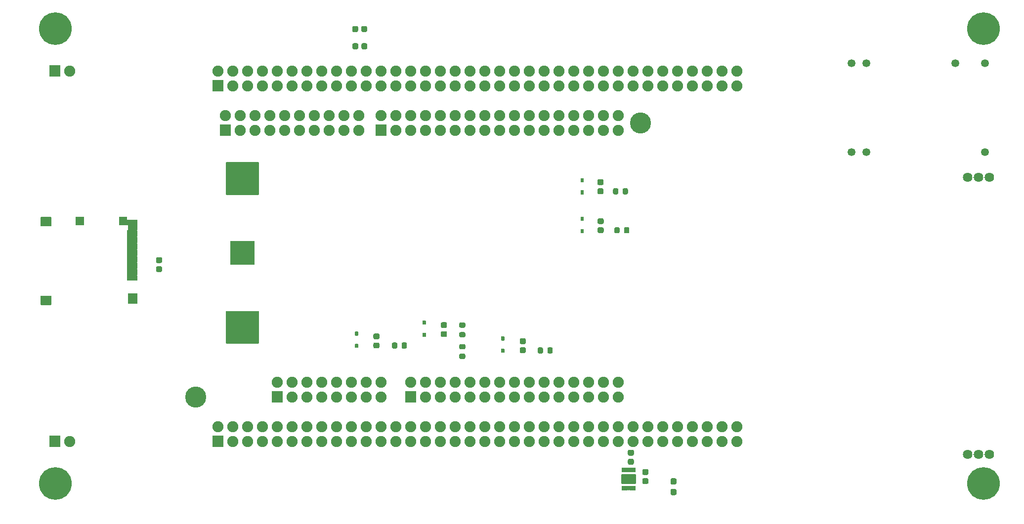
<source format=gbr>
%TF.GenerationSoftware,KiCad,Pcbnew,(5.1.8)-1*%
%TF.CreationDate,2021-01-17T18:30:32+01:00*%
%TF.ProjectId,teensy4_header_breakout,7465656e-7379-4345-9f68-65616465725f,rev?*%
%TF.SameCoordinates,Original*%
%TF.FileFunction,Soldermask,Bot*%
%TF.FilePolarity,Negative*%
%FSLAX46Y46*%
G04 Gerber Fmt 4.6, Leading zero omitted, Abs format (unit mm)*
G04 Created by KiCad (PCBNEW (5.1.8)-1) date 2021-01-17 18:30:32*
%MOMM*%
%LPD*%
G01*
G04 APERTURE LIST*
%ADD10C,1.901600*%
%ADD11C,3.601600*%
%ADD12C,3.701600*%
%ADD13C,5.601600*%
%ADD14C,1.351600*%
%ADD15C,1.625600*%
%ADD16C,0.100000*%
G04 APERTURE END LIST*
%TO.C,C10*%
G36*
G01*
X109784000Y-33100200D02*
X109784000Y-33651000D01*
G75*
G02*
X109533600Y-33901400I-250400J0D01*
G01*
X109032800Y-33901400D01*
G75*
G02*
X108782400Y-33651000I0J250400D01*
G01*
X108782400Y-33100200D01*
G75*
G02*
X109032800Y-32849800I250400J0D01*
G01*
X109533600Y-32849800D01*
G75*
G02*
X109784000Y-33100200I0J-250400D01*
G01*
G37*
G36*
G01*
X111334000Y-33100200D02*
X111334000Y-33651000D01*
G75*
G02*
X111083600Y-33901400I-250400J0D01*
G01*
X110582800Y-33901400D01*
G75*
G02*
X110332400Y-33651000I0J250400D01*
G01*
X110332400Y-33100200D01*
G75*
G02*
X110582800Y-32849800I250400J0D01*
G01*
X111083600Y-32849800D01*
G75*
G02*
X111334000Y-33100200I0J-250400D01*
G01*
G37*
%TD*%
%TO.C,D3*%
G36*
G01*
X109749800Y-88040200D02*
X109299800Y-88040200D01*
G75*
G02*
X109249000Y-87989400I0J50800D01*
G01*
X109249000Y-87389400D01*
G75*
G02*
X109299800Y-87338600I50800J0D01*
G01*
X109749800Y-87338600D01*
G75*
G02*
X109800600Y-87389400I0J-50800D01*
G01*
X109800600Y-87989400D01*
G75*
G02*
X109749800Y-88040200I-50800J0D01*
G01*
G37*
G36*
G01*
X109749800Y-85940200D02*
X109299800Y-85940200D01*
G75*
G02*
X109249000Y-85889400I0J50800D01*
G01*
X109249000Y-85289400D01*
G75*
G02*
X109299800Y-85238600I50800J0D01*
G01*
X109749800Y-85238600D01*
G75*
G02*
X109800600Y-85289400I0J-50800D01*
G01*
X109800600Y-85889400D01*
G75*
G02*
X109749800Y-85940200I-50800J0D01*
G01*
G37*
%TD*%
%TO.C,R1*%
G36*
G01*
X115589600Y-87930400D02*
X115589600Y-87329600D01*
G75*
G02*
X115815000Y-87104200I225400J0D01*
G01*
X116265800Y-87104200D01*
G75*
G02*
X116491200Y-87329600I0J-225400D01*
G01*
X116491200Y-87930400D01*
G75*
G02*
X116265800Y-88155800I-225400J0D01*
G01*
X115815000Y-88155800D01*
G75*
G02*
X115589600Y-87930400I0J225400D01*
G01*
G37*
G36*
G01*
X117239600Y-87930400D02*
X117239600Y-87329600D01*
G75*
G02*
X117465000Y-87104200I225400J0D01*
G01*
X117915800Y-87104200D01*
G75*
G02*
X118141200Y-87329600I0J-225400D01*
G01*
X118141200Y-87930400D01*
G75*
G02*
X117915800Y-88155800I-225400J0D01*
G01*
X117465000Y-88155800D01*
G75*
G02*
X117239600Y-87930400I0J225400D01*
G01*
G37*
%TD*%
%TO.C,C1*%
G36*
G01*
X113203800Y-86568400D02*
X112653000Y-86568400D01*
G75*
G02*
X112402600Y-86318000I0J250400D01*
G01*
X112402600Y-85817200D01*
G75*
G02*
X112653000Y-85566800I250400J0D01*
G01*
X113203800Y-85566800D01*
G75*
G02*
X113454200Y-85817200I0J-250400D01*
G01*
X113454200Y-86318000D01*
G75*
G02*
X113203800Y-86568400I-250400J0D01*
G01*
G37*
G36*
G01*
X113203800Y-88118400D02*
X112653000Y-88118400D01*
G75*
G02*
X112402600Y-87868000I0J250400D01*
G01*
X112402600Y-87367200D01*
G75*
G02*
X112653000Y-87116800I250400J0D01*
G01*
X113203800Y-87116800D01*
G75*
G02*
X113454200Y-87367200I0J-250400D01*
G01*
X113454200Y-87868000D01*
G75*
G02*
X113203800Y-88118400I-250400J0D01*
G01*
G37*
%TD*%
%TO.C,R4*%
G36*
G01*
X140557800Y-88768600D02*
X140557800Y-88167800D01*
G75*
G02*
X140783200Y-87942400I225400J0D01*
G01*
X141234000Y-87942400D01*
G75*
G02*
X141459400Y-88167800I0J-225400D01*
G01*
X141459400Y-88768600D01*
G75*
G02*
X141234000Y-88994000I-225400J0D01*
G01*
X140783200Y-88994000D01*
G75*
G02*
X140557800Y-88768600I0J225400D01*
G01*
G37*
G36*
G01*
X142207800Y-88768600D02*
X142207800Y-88167800D01*
G75*
G02*
X142433200Y-87942400I225400J0D01*
G01*
X142884000Y-87942400D01*
G75*
G02*
X143109400Y-88167800I0J-225400D01*
G01*
X143109400Y-88768600D01*
G75*
G02*
X142884000Y-88994000I-225400J0D01*
G01*
X142433200Y-88994000D01*
G75*
G02*
X142207800Y-88768600I0J225400D01*
G01*
G37*
%TD*%
%TO.C,U2*%
G36*
G01*
X86696200Y-105003600D02*
X84896200Y-105003600D01*
G75*
G02*
X84845400Y-104952800I0J50800D01*
G01*
X84845400Y-103152800D01*
G75*
G02*
X84896200Y-103102000I50800J0D01*
G01*
X86696200Y-103102000D01*
G75*
G02*
X86747000Y-103152800I0J-50800D01*
G01*
X86747000Y-104952800D01*
G75*
G02*
X86696200Y-105003600I-50800J0D01*
G01*
G37*
D10*
X85796200Y-101512800D03*
X88336200Y-104052800D03*
X88336200Y-101512800D03*
X90876200Y-104052800D03*
X90876200Y-101512800D03*
X93416200Y-104052800D03*
X93416200Y-101512800D03*
X95956200Y-104052800D03*
X95956200Y-101512800D03*
X98496200Y-104052800D03*
X98496200Y-101512800D03*
X101036200Y-104052800D03*
X101036200Y-101512800D03*
X103576200Y-104052800D03*
X103576200Y-101512800D03*
X106116200Y-104052800D03*
X106116200Y-101512800D03*
X108656200Y-104052800D03*
X108656200Y-101512800D03*
X111196200Y-104052800D03*
X111196200Y-101512800D03*
X113736200Y-104052800D03*
X113736200Y-101512800D03*
X116276200Y-104052800D03*
X116276200Y-101512800D03*
X118816200Y-104052800D03*
X118816200Y-101512800D03*
X121356200Y-104052800D03*
X121356200Y-101512800D03*
X123896200Y-104052800D03*
X123896200Y-101512800D03*
X126436200Y-104052800D03*
X126436200Y-101512800D03*
X128976200Y-104052800D03*
X128976200Y-101512800D03*
X131516200Y-104052800D03*
X131516200Y-101512800D03*
X134056200Y-104052800D03*
X134056200Y-101512800D03*
X136596200Y-104052800D03*
X136596200Y-101512800D03*
X139136200Y-104052800D03*
X139136200Y-101512800D03*
X141676200Y-104052800D03*
X141676200Y-101512800D03*
X144216200Y-104052800D03*
X144216200Y-101512800D03*
X146756200Y-104052800D03*
X146756200Y-101512800D03*
X149296200Y-104052800D03*
X149296200Y-101512800D03*
X151836200Y-104052800D03*
X151836200Y-101512800D03*
X154376200Y-104052800D03*
X154376200Y-101512800D03*
X156916200Y-104052800D03*
X156916200Y-101512800D03*
X159456200Y-104052800D03*
X159456200Y-101512800D03*
X161996200Y-104052800D03*
X161996200Y-101512800D03*
X164536200Y-104052800D03*
X164536200Y-101512800D03*
X167076200Y-104052800D03*
X167076200Y-101512800D03*
X169616200Y-104052800D03*
X169616200Y-101512800D03*
X172156200Y-104052800D03*
X172156200Y-101512800D03*
X174696200Y-104052800D03*
X174696200Y-101512800D03*
G36*
G01*
X96856200Y-97383600D02*
X95056200Y-97383600D01*
G75*
G02*
X95005400Y-97332800I0J50800D01*
G01*
X95005400Y-95532800D01*
G75*
G02*
X95056200Y-95482000I50800J0D01*
G01*
X96856200Y-95482000D01*
G75*
G02*
X96907000Y-95532800I0J-50800D01*
G01*
X96907000Y-97332800D01*
G75*
G02*
X96856200Y-97383600I-50800J0D01*
G01*
G37*
X95956200Y-93892800D03*
X98496200Y-96432800D03*
X98496200Y-93892800D03*
X101036200Y-96432800D03*
X101036200Y-93892800D03*
X103576200Y-96432800D03*
X103576200Y-93892800D03*
X106116200Y-96432800D03*
X106116200Y-93892800D03*
X108656200Y-96432800D03*
X108656200Y-93892800D03*
X111196200Y-96432800D03*
X111196200Y-93892800D03*
X113736200Y-96432800D03*
X113736200Y-93892800D03*
G36*
G01*
X119716200Y-97383600D02*
X117916200Y-97383600D01*
G75*
G02*
X117865400Y-97332800I0J50800D01*
G01*
X117865400Y-95532800D01*
G75*
G02*
X117916200Y-95482000I50800J0D01*
G01*
X119716200Y-95482000D01*
G75*
G02*
X119767000Y-95532800I0J-50800D01*
G01*
X119767000Y-97332800D01*
G75*
G02*
X119716200Y-97383600I-50800J0D01*
G01*
G37*
X118816200Y-93892800D03*
X121356200Y-96432800D03*
X121356200Y-93892800D03*
X123896200Y-96432800D03*
X123896200Y-93892800D03*
X126436200Y-96432800D03*
X126436200Y-93892800D03*
X128976200Y-96432800D03*
X128976200Y-93892800D03*
X131516200Y-96432800D03*
X131516200Y-93892800D03*
X134056200Y-96432800D03*
X134056200Y-93892800D03*
X136596200Y-96432800D03*
X136596200Y-93892800D03*
X139136200Y-96432800D03*
X139136200Y-93892800D03*
X141676200Y-96432800D03*
X141676200Y-93892800D03*
X144216200Y-96432800D03*
X144216200Y-93892800D03*
X146756200Y-96432800D03*
X146756200Y-93892800D03*
X149296200Y-96432800D03*
X149296200Y-93892800D03*
X151836200Y-96432800D03*
X151836200Y-93892800D03*
X154376200Y-96432800D03*
X154376200Y-93892800D03*
G36*
G01*
X87966200Y-51663600D02*
X86166200Y-51663600D01*
G75*
G02*
X86115400Y-51612800I0J50800D01*
G01*
X86115400Y-49812800D01*
G75*
G02*
X86166200Y-49762000I50800J0D01*
G01*
X87966200Y-49762000D01*
G75*
G02*
X88017000Y-49812800I0J-50800D01*
G01*
X88017000Y-51612800D01*
G75*
G02*
X87966200Y-51663600I-50800J0D01*
G01*
G37*
X87066200Y-48172800D03*
X89606200Y-50712800D03*
X89606200Y-48172800D03*
X92146200Y-50712800D03*
X92146200Y-48172800D03*
X94686200Y-50712800D03*
X94686200Y-48172800D03*
X97226200Y-50712800D03*
X97226200Y-48172800D03*
X99766200Y-50712800D03*
X99766200Y-48172800D03*
X102306200Y-50712800D03*
X102306200Y-48172800D03*
X104846200Y-50712800D03*
X104846200Y-48172800D03*
X107386200Y-50712800D03*
X107386200Y-48172800D03*
X109926200Y-50712800D03*
X109926200Y-48172800D03*
G36*
G01*
X114636200Y-51663600D02*
X112836200Y-51663600D01*
G75*
G02*
X112785400Y-51612800I0J50800D01*
G01*
X112785400Y-49812800D01*
G75*
G02*
X112836200Y-49762000I50800J0D01*
G01*
X114636200Y-49762000D01*
G75*
G02*
X114687000Y-49812800I0J-50800D01*
G01*
X114687000Y-51612800D01*
G75*
G02*
X114636200Y-51663600I-50800J0D01*
G01*
G37*
X113736200Y-48172800D03*
X116276200Y-50712800D03*
X116276200Y-48172800D03*
X118816200Y-50712800D03*
X118816200Y-48172800D03*
X121356200Y-50712800D03*
X121356200Y-48172800D03*
X123896200Y-50712800D03*
X123896200Y-48172800D03*
X126436200Y-50712800D03*
X126436200Y-48172800D03*
X128976200Y-50712800D03*
X128976200Y-48172800D03*
X131516200Y-50712800D03*
X131516200Y-48172800D03*
X134056200Y-50712800D03*
X134056200Y-48172800D03*
X136596200Y-50712800D03*
X136596200Y-48172800D03*
X139136200Y-50712800D03*
X139136200Y-48172800D03*
X141676200Y-50712800D03*
X141676200Y-48172800D03*
X144216200Y-50712800D03*
X144216200Y-48172800D03*
X146756200Y-50712800D03*
X146756200Y-48172800D03*
X149296200Y-50712800D03*
X149296200Y-48172800D03*
X151836200Y-50712800D03*
X151836200Y-48172800D03*
X154376200Y-50712800D03*
X154376200Y-48172800D03*
G36*
G01*
X86696200Y-44043600D02*
X84896200Y-44043600D01*
G75*
G02*
X84845400Y-43992800I0J50800D01*
G01*
X84845400Y-42192800D01*
G75*
G02*
X84896200Y-42142000I50800J0D01*
G01*
X86696200Y-42142000D01*
G75*
G02*
X86747000Y-42192800I0J-50800D01*
G01*
X86747000Y-43992800D01*
G75*
G02*
X86696200Y-44043600I-50800J0D01*
G01*
G37*
X85796200Y-40552800D03*
X88336200Y-43092800D03*
X88336200Y-40552800D03*
X90876200Y-43092800D03*
X90876200Y-40552800D03*
X93416200Y-43092800D03*
X93416200Y-40552800D03*
X95956200Y-43092800D03*
X95956200Y-40552800D03*
X98496200Y-43092800D03*
X98496200Y-40552800D03*
X101036200Y-43092800D03*
X101036200Y-40552800D03*
X103576200Y-43092800D03*
X103576200Y-40552800D03*
X106116200Y-43092800D03*
X106116200Y-40552800D03*
X108656200Y-43092800D03*
X108656200Y-40552800D03*
X111196200Y-43092800D03*
X111196200Y-40552800D03*
X113736200Y-43092800D03*
X113736200Y-40552800D03*
X116276200Y-43092800D03*
X116276200Y-40552800D03*
X118816200Y-43092800D03*
X118816200Y-40552800D03*
X121356200Y-43092800D03*
X121356200Y-40552800D03*
X123896200Y-43092800D03*
X123896200Y-40552800D03*
X126436200Y-43092800D03*
X126436200Y-40552800D03*
X128976200Y-43092800D03*
X128976200Y-40552800D03*
X131516200Y-43092800D03*
X131516200Y-40552800D03*
X134056200Y-43092800D03*
X134056200Y-40552800D03*
X136596200Y-43092800D03*
X136596200Y-40552800D03*
X139136200Y-43092800D03*
X139136200Y-40552800D03*
X141676200Y-43092800D03*
X141676200Y-40552800D03*
X144216200Y-43092800D03*
X144216200Y-40552800D03*
X146756200Y-43092800D03*
X146756200Y-40552800D03*
X149296200Y-43092800D03*
X149296200Y-40552800D03*
X151836200Y-43092800D03*
X151836200Y-40552800D03*
X154376200Y-43092800D03*
X154376200Y-40552800D03*
X156916200Y-43092800D03*
X156916200Y-40552800D03*
X159456200Y-43092800D03*
X159456200Y-40552800D03*
X161996200Y-43092800D03*
X161996200Y-40552800D03*
X164536200Y-43092800D03*
X164536200Y-40552800D03*
X167076200Y-43092800D03*
X167076200Y-40552800D03*
X169616200Y-43092800D03*
X169616200Y-40552800D03*
X172156200Y-43092800D03*
X172156200Y-40552800D03*
X174696200Y-43092800D03*
X174696200Y-40552800D03*
X60396200Y-104052800D03*
G36*
G01*
X58756200Y-105003600D02*
X56956200Y-105003600D01*
G75*
G02*
X56905400Y-104952800I0J50800D01*
G01*
X56905400Y-103152800D01*
G75*
G02*
X56956200Y-103102000I50800J0D01*
G01*
X58756200Y-103102000D01*
G75*
G02*
X58807000Y-103152800I0J-50800D01*
G01*
X58807000Y-104952800D01*
G75*
G02*
X58756200Y-105003600I-50800J0D01*
G01*
G37*
G36*
G01*
X58756200Y-41503600D02*
X56956200Y-41503600D01*
G75*
G02*
X56905400Y-41452800I0J50800D01*
G01*
X56905400Y-39652800D01*
G75*
G02*
X56956200Y-39602000I50800J0D01*
G01*
X58756200Y-39602000D01*
G75*
G02*
X58807000Y-39652800I0J-50800D01*
G01*
X58807000Y-41452800D01*
G75*
G02*
X58756200Y-41503600I-50800J0D01*
G01*
G37*
X60396200Y-40552800D03*
D11*
X81986200Y-96432800D03*
X158186200Y-49442800D03*
%TD*%
%TO.C,C6*%
G36*
G01*
X75967400Y-73487400D02*
X75416600Y-73487400D01*
G75*
G02*
X75166200Y-73237000I0J250400D01*
G01*
X75166200Y-72736200D01*
G75*
G02*
X75416600Y-72485800I250400J0D01*
G01*
X75967400Y-72485800D01*
G75*
G02*
X76217800Y-72736200I0J-250400D01*
G01*
X76217800Y-73237000D01*
G75*
G02*
X75967400Y-73487400I-250400J0D01*
G01*
G37*
G36*
G01*
X75967400Y-75037400D02*
X75416600Y-75037400D01*
G75*
G02*
X75166200Y-74787000I0J250400D01*
G01*
X75166200Y-74286200D01*
G75*
G02*
X75416600Y-74035800I250400J0D01*
G01*
X75967400Y-74035800D01*
G75*
G02*
X76217800Y-74286200I0J-250400D01*
G01*
X76217800Y-74787000D01*
G75*
G02*
X75967400Y-75037400I-250400J0D01*
G01*
G37*
%TD*%
%TO.C,D6*%
G36*
G01*
X134794200Y-88878400D02*
X134344200Y-88878400D01*
G75*
G02*
X134293400Y-88827600I0J50800D01*
G01*
X134293400Y-88227600D01*
G75*
G02*
X134344200Y-88176800I50800J0D01*
G01*
X134794200Y-88176800D01*
G75*
G02*
X134845000Y-88227600I0J-50800D01*
G01*
X134845000Y-88827600D01*
G75*
G02*
X134794200Y-88878400I-50800J0D01*
G01*
G37*
G36*
G01*
X134794200Y-86778400D02*
X134344200Y-86778400D01*
G75*
G02*
X134293400Y-86727600I0J50800D01*
G01*
X134293400Y-86127600D01*
G75*
G02*
X134344200Y-86076800I50800J0D01*
G01*
X134794200Y-86076800D01*
G75*
G02*
X134845000Y-86127600I0J-50800D01*
G01*
X134845000Y-86727600D01*
G75*
G02*
X134794200Y-86778400I-50800J0D01*
G01*
G37*
%TD*%
%TO.C,D5*%
G36*
G01*
X148383200Y-68355200D02*
X147933200Y-68355200D01*
G75*
G02*
X147882400Y-68304400I0J50800D01*
G01*
X147882400Y-67704400D01*
G75*
G02*
X147933200Y-67653600I50800J0D01*
G01*
X148383200Y-67653600D01*
G75*
G02*
X148434000Y-67704400I0J-50800D01*
G01*
X148434000Y-68304400D01*
G75*
G02*
X148383200Y-68355200I-50800J0D01*
G01*
G37*
G36*
G01*
X148383200Y-66255200D02*
X147933200Y-66255200D01*
G75*
G02*
X147882400Y-66204400I0J50800D01*
G01*
X147882400Y-65604400D01*
G75*
G02*
X147933200Y-65553600I50800J0D01*
G01*
X148383200Y-65553600D01*
G75*
G02*
X148434000Y-65604400I0J-50800D01*
G01*
X148434000Y-66204400D01*
G75*
G02*
X148383200Y-66255200I-50800J0D01*
G01*
G37*
%TD*%
%TO.C,D4*%
G36*
G01*
X148383200Y-61725800D02*
X147933200Y-61725800D01*
G75*
G02*
X147882400Y-61675000I0J50800D01*
G01*
X147882400Y-61075000D01*
G75*
G02*
X147933200Y-61024200I50800J0D01*
G01*
X148383200Y-61024200D01*
G75*
G02*
X148434000Y-61075000I0J-50800D01*
G01*
X148434000Y-61675000D01*
G75*
G02*
X148383200Y-61725800I-50800J0D01*
G01*
G37*
G36*
G01*
X148383200Y-59625800D02*
X147933200Y-59625800D01*
G75*
G02*
X147882400Y-59575000I0J50800D01*
G01*
X147882400Y-58975000D01*
G75*
G02*
X147933200Y-58924200I50800J0D01*
G01*
X148383200Y-58924200D01*
G75*
G02*
X148434000Y-58975000I0J-50800D01*
G01*
X148434000Y-59575000D01*
G75*
G02*
X148383200Y-59625800I-50800J0D01*
G01*
G37*
%TD*%
%TO.C,D2*%
G36*
G01*
X121332200Y-86143800D02*
X120882200Y-86143800D01*
G75*
G02*
X120831400Y-86093000I0J50800D01*
G01*
X120831400Y-85493000D01*
G75*
G02*
X120882200Y-85442200I50800J0D01*
G01*
X121332200Y-85442200D01*
G75*
G02*
X121383000Y-85493000I0J-50800D01*
G01*
X121383000Y-86093000D01*
G75*
G02*
X121332200Y-86143800I-50800J0D01*
G01*
G37*
G36*
G01*
X121332200Y-84043800D02*
X120882200Y-84043800D01*
G75*
G02*
X120831400Y-83993000I0J50800D01*
G01*
X120831400Y-83393000D01*
G75*
G02*
X120882200Y-83342200I50800J0D01*
G01*
X121332200Y-83342200D01*
G75*
G02*
X121383000Y-83393000I0J-50800D01*
G01*
X121383000Y-83993000D01*
G75*
G02*
X121332200Y-84043800I-50800J0D01*
G01*
G37*
%TD*%
D12*
%TO.C,H4*%
X57929200Y-33302800D03*
D13*
X57929200Y-33302800D03*
%TD*%
D12*
%TO.C,H3*%
X216929200Y-33302800D03*
D13*
X216929200Y-33302800D03*
%TD*%
D12*
%TO.C,H2*%
X57929200Y-111302800D03*
D13*
X57929200Y-111302800D03*
%TD*%
D12*
%TO.C,H1*%
X216929200Y-111302800D03*
D13*
X216929200Y-111302800D03*
%TD*%
%TO.C,U4*%
G36*
G01*
X87916000Y-73755000D02*
X87916000Y-69755000D01*
G75*
G02*
X87966800Y-69704200I50800J0D01*
G01*
X91966800Y-69704200D01*
G75*
G02*
X92017600Y-69755000I0J-50800D01*
G01*
X92017600Y-73755000D01*
G75*
G02*
X91966800Y-73805800I-50800J0D01*
G01*
X87966800Y-73805800D01*
G75*
G02*
X87916000Y-73755000I0J50800D01*
G01*
G37*
G36*
G01*
X87166000Y-61755000D02*
X87166000Y-56255000D01*
G75*
G02*
X87216800Y-56204200I50800J0D01*
G01*
X92716800Y-56204200D01*
G75*
G02*
X92767600Y-56255000I0J-50800D01*
G01*
X92767600Y-61755000D01*
G75*
G02*
X92716800Y-61805800I-50800J0D01*
G01*
X87216800Y-61805800D01*
G75*
G02*
X87166000Y-61755000I0J50800D01*
G01*
G37*
G36*
G01*
X87166000Y-87255000D02*
X87166000Y-81755000D01*
G75*
G02*
X87216800Y-81704200I50800J0D01*
G01*
X92716800Y-81704200D01*
G75*
G02*
X92767600Y-81755000I0J-50800D01*
G01*
X92767600Y-87255000D01*
G75*
G02*
X92716800Y-87305800I-50800J0D01*
G01*
X87216800Y-87305800D01*
G75*
G02*
X87166000Y-87255000I0J50800D01*
G01*
G37*
%TD*%
%TO.C,U3*%
G36*
G01*
X154983800Y-108589600D02*
X155333800Y-108589600D01*
G75*
G02*
X155384600Y-108640400I0J-50800D01*
G01*
X155384600Y-109290400D01*
G75*
G02*
X155333800Y-109341200I-50800J0D01*
G01*
X154983800Y-109341200D01*
G75*
G02*
X154933000Y-109290400I0J50800D01*
G01*
X154933000Y-108640400D01*
G75*
G02*
X154983800Y-108589600I50800J0D01*
G01*
G37*
G36*
G01*
X155633800Y-108589600D02*
X155983800Y-108589600D01*
G75*
G02*
X156034600Y-108640400I0J-50800D01*
G01*
X156034600Y-109290400D01*
G75*
G02*
X155983800Y-109341200I-50800J0D01*
G01*
X155633800Y-109341200D01*
G75*
G02*
X155583000Y-109290400I0J50800D01*
G01*
X155583000Y-108640400D01*
G75*
G02*
X155633800Y-108589600I50800J0D01*
G01*
G37*
G36*
G01*
X156283800Y-108589600D02*
X156633800Y-108589600D01*
G75*
G02*
X156684600Y-108640400I0J-50800D01*
G01*
X156684600Y-109290400D01*
G75*
G02*
X156633800Y-109341200I-50800J0D01*
G01*
X156283800Y-109341200D01*
G75*
G02*
X156233000Y-109290400I0J50800D01*
G01*
X156233000Y-108640400D01*
G75*
G02*
X156283800Y-108589600I50800J0D01*
G01*
G37*
G36*
G01*
X156933800Y-108589600D02*
X157283800Y-108589600D01*
G75*
G02*
X157334600Y-108640400I0J-50800D01*
G01*
X157334600Y-109290400D01*
G75*
G02*
X157283800Y-109341200I-50800J0D01*
G01*
X156933800Y-109341200D01*
G75*
G02*
X156883000Y-109290400I0J50800D01*
G01*
X156883000Y-108640400D01*
G75*
G02*
X156933800Y-108589600I50800J0D01*
G01*
G37*
G36*
G01*
X156933800Y-111689600D02*
X157283800Y-111689600D01*
G75*
G02*
X157334600Y-111740400I0J-50800D01*
G01*
X157334600Y-112390400D01*
G75*
G02*
X157283800Y-112441200I-50800J0D01*
G01*
X156933800Y-112441200D01*
G75*
G02*
X156883000Y-112390400I0J50800D01*
G01*
X156883000Y-111740400D01*
G75*
G02*
X156933800Y-111689600I50800J0D01*
G01*
G37*
G36*
G01*
X156283800Y-111689600D02*
X156633800Y-111689600D01*
G75*
G02*
X156684600Y-111740400I0J-50800D01*
G01*
X156684600Y-112390400D01*
G75*
G02*
X156633800Y-112441200I-50800J0D01*
G01*
X156283800Y-112441200D01*
G75*
G02*
X156233000Y-112390400I0J50800D01*
G01*
X156233000Y-111740400D01*
G75*
G02*
X156283800Y-111689600I50800J0D01*
G01*
G37*
G36*
G01*
X155633800Y-111689600D02*
X155983800Y-111689600D01*
G75*
G02*
X156034600Y-111740400I0J-50800D01*
G01*
X156034600Y-112390400D01*
G75*
G02*
X155983800Y-112441200I-50800J0D01*
G01*
X155633800Y-112441200D01*
G75*
G02*
X155583000Y-112390400I0J50800D01*
G01*
X155583000Y-111740400D01*
G75*
G02*
X155633800Y-111689600I50800J0D01*
G01*
G37*
G36*
G01*
X154983800Y-111689600D02*
X155333800Y-111689600D01*
G75*
G02*
X155384600Y-111740400I0J-50800D01*
G01*
X155384600Y-112390400D01*
G75*
G02*
X155333800Y-112441200I-50800J0D01*
G01*
X154983800Y-112441200D01*
G75*
G02*
X154933000Y-112390400I0J50800D01*
G01*
X154933000Y-111740400D01*
G75*
G02*
X154983800Y-111689600I50800J0D01*
G01*
G37*
G36*
G01*
X154933800Y-109689600D02*
X157333800Y-109689600D01*
G75*
G02*
X157384600Y-109740400I0J-50800D01*
G01*
X157384600Y-111290400D01*
G75*
G02*
X157333800Y-111341200I-50800J0D01*
G01*
X154933800Y-111341200D01*
G75*
G02*
X154883000Y-111290400I0J50800D01*
G01*
X154883000Y-109740400D01*
G75*
G02*
X154933800Y-109689600I50800J0D01*
G01*
G37*
%TD*%
%TO.C,SDcard1*%
G36*
G01*
X70237200Y-75588600D02*
X71917200Y-75588600D01*
G75*
G02*
X71968000Y-75639400I0J-50800D01*
G01*
X71968000Y-76439400D01*
G75*
G02*
X71917200Y-76490200I-50800J0D01*
G01*
X70237200Y-76490200D01*
G75*
G02*
X70186400Y-76439400I0J50800D01*
G01*
X70186400Y-75639400D01*
G75*
G02*
X70237200Y-75588600I50800J0D01*
G01*
G37*
G36*
G01*
X70237200Y-74488600D02*
X71917200Y-74488600D01*
G75*
G02*
X71968000Y-74539400I0J-50800D01*
G01*
X71968000Y-75339400D01*
G75*
G02*
X71917200Y-75390200I-50800J0D01*
G01*
X70237200Y-75390200D01*
G75*
G02*
X70186400Y-75339400I0J50800D01*
G01*
X70186400Y-74539400D01*
G75*
G02*
X70237200Y-74488600I50800J0D01*
G01*
G37*
G36*
G01*
X70237200Y-73388600D02*
X71917200Y-73388600D01*
G75*
G02*
X71968000Y-73439400I0J-50800D01*
G01*
X71968000Y-74239400D01*
G75*
G02*
X71917200Y-74290200I-50800J0D01*
G01*
X70237200Y-74290200D01*
G75*
G02*
X70186400Y-74239400I0J50800D01*
G01*
X70186400Y-73439400D01*
G75*
G02*
X70237200Y-73388600I50800J0D01*
G01*
G37*
G36*
G01*
X70237200Y-72288600D02*
X71917200Y-72288600D01*
G75*
G02*
X71968000Y-72339400I0J-50800D01*
G01*
X71968000Y-73139400D01*
G75*
G02*
X71917200Y-73190200I-50800J0D01*
G01*
X70237200Y-73190200D01*
G75*
G02*
X70186400Y-73139400I0J50800D01*
G01*
X70186400Y-72339400D01*
G75*
G02*
X70237200Y-72288600I50800J0D01*
G01*
G37*
G36*
G01*
X70237200Y-71188600D02*
X71917200Y-71188600D01*
G75*
G02*
X71968000Y-71239400I0J-50800D01*
G01*
X71968000Y-72039400D01*
G75*
G02*
X71917200Y-72090200I-50800J0D01*
G01*
X70237200Y-72090200D01*
G75*
G02*
X70186400Y-72039400I0J50800D01*
G01*
X70186400Y-71239400D01*
G75*
G02*
X70237200Y-71188600I50800J0D01*
G01*
G37*
G36*
G01*
X70237200Y-70088600D02*
X71917200Y-70088600D01*
G75*
G02*
X71968000Y-70139400I0J-50800D01*
G01*
X71968000Y-70939400D01*
G75*
G02*
X71917200Y-70990200I-50800J0D01*
G01*
X70237200Y-70990200D01*
G75*
G02*
X70186400Y-70939400I0J50800D01*
G01*
X70186400Y-70139400D01*
G75*
G02*
X70237200Y-70088600I50800J0D01*
G01*
G37*
G36*
G01*
X70237200Y-68988600D02*
X71917200Y-68988600D01*
G75*
G02*
X71968000Y-69039400I0J-50800D01*
G01*
X71968000Y-69839400D01*
G75*
G02*
X71917200Y-69890200I-50800J0D01*
G01*
X70237200Y-69890200D01*
G75*
G02*
X70186400Y-69839400I0J50800D01*
G01*
X70186400Y-69039400D01*
G75*
G02*
X70237200Y-68988600I50800J0D01*
G01*
G37*
G36*
G01*
X70237200Y-67888600D02*
X71917200Y-67888600D01*
G75*
G02*
X71968000Y-67939400I0J-50800D01*
G01*
X71968000Y-68739400D01*
G75*
G02*
X71917200Y-68790200I-50800J0D01*
G01*
X70237200Y-68790200D01*
G75*
G02*
X70186400Y-68739400I0J50800D01*
G01*
X70186400Y-67939400D01*
G75*
G02*
X70237200Y-67888600I50800J0D01*
G01*
G37*
G36*
G01*
X71968000Y-66139400D02*
X71968000Y-67739400D01*
G75*
G02*
X71917200Y-67790200I-50800J0D01*
G01*
X70417200Y-67790200D01*
G75*
G02*
X70366400Y-67739400I0J50800D01*
G01*
X70366400Y-66139400D01*
G75*
G02*
X70417200Y-66088600I50800J0D01*
G01*
X71917200Y-66088600D01*
G75*
G02*
X71968000Y-66139400I0J-50800D01*
G01*
G37*
G36*
G01*
X68867200Y-65588600D02*
X70167200Y-65588600D01*
G75*
G02*
X70218000Y-65639400I0J-50800D01*
G01*
X70218000Y-66929400D01*
G75*
G02*
X70167200Y-66980200I-50800J0D01*
G01*
X68867200Y-66980200D01*
G75*
G02*
X68816400Y-66929400I0J50800D01*
G01*
X68816400Y-65639400D01*
G75*
G02*
X68867200Y-65588600I50800J0D01*
G01*
G37*
G36*
G01*
X61417200Y-65588600D02*
X62817200Y-65588600D01*
G75*
G02*
X62868000Y-65639400I0J-50800D01*
G01*
X62868000Y-66929400D01*
G75*
G02*
X62817200Y-66980200I-50800J0D01*
G01*
X61417200Y-66980200D01*
G75*
G02*
X61366400Y-66929400I0J50800D01*
G01*
X61366400Y-65639400D01*
G75*
G02*
X61417200Y-65588600I50800J0D01*
G01*
G37*
G36*
G01*
X55467200Y-65588600D02*
X57167200Y-65588600D01*
G75*
G02*
X57218000Y-65639400I0J-50800D01*
G01*
X57218000Y-67139400D01*
G75*
G02*
X57167200Y-67190200I-50800J0D01*
G01*
X55467200Y-67190200D01*
G75*
G02*
X55416400Y-67139400I0J50800D01*
G01*
X55416400Y-65639400D01*
G75*
G02*
X55467200Y-65588600I50800J0D01*
G01*
G37*
G36*
G01*
X55467200Y-79088600D02*
X57167200Y-79088600D01*
G75*
G02*
X57218000Y-79139400I0J-50800D01*
G01*
X57218000Y-80639400D01*
G75*
G02*
X57167200Y-80690200I-50800J0D01*
G01*
X55467200Y-80690200D01*
G75*
G02*
X55416400Y-80639400I0J50800D01*
G01*
X55416400Y-79139400D01*
G75*
G02*
X55467200Y-79088600I50800J0D01*
G01*
G37*
G36*
G01*
X71968000Y-78739400D02*
X71968000Y-80439400D01*
G75*
G02*
X71917200Y-80490200I-50800J0D01*
G01*
X70417200Y-80490200D01*
G75*
G02*
X70366400Y-80439400I0J50800D01*
G01*
X70366400Y-78739400D01*
G75*
G02*
X70417200Y-78688600I50800J0D01*
G01*
X71917200Y-78688600D01*
G75*
G02*
X71968000Y-78739400I0J-50800D01*
G01*
G37*
%TD*%
%TO.C,R8*%
G36*
G01*
X164092900Y-111460100D02*
X163567100Y-111460100D01*
G75*
G02*
X163304200Y-111197200I0J262900D01*
G01*
X163304200Y-110646400D01*
G75*
G02*
X163567100Y-110383500I262900J0D01*
G01*
X164092900Y-110383500D01*
G75*
G02*
X164355800Y-110646400I0J-262900D01*
G01*
X164355800Y-111197200D01*
G75*
G02*
X164092900Y-111460100I-262900J0D01*
G01*
G37*
G36*
G01*
X164092900Y-113285100D02*
X163567100Y-113285100D01*
G75*
G02*
X163304200Y-113022200I0J262900D01*
G01*
X163304200Y-112471400D01*
G75*
G02*
X163567100Y-112208500I262900J0D01*
G01*
X164092900Y-112208500D01*
G75*
G02*
X164355800Y-112471400I0J-262900D01*
G01*
X164355800Y-113022200D01*
G75*
G02*
X164092900Y-113285100I-262900J0D01*
G01*
G37*
%TD*%
%TO.C,R6*%
G36*
G01*
X127935400Y-84575600D02*
X127334600Y-84575600D01*
G75*
G02*
X127109200Y-84350200I0J225400D01*
G01*
X127109200Y-83899400D01*
G75*
G02*
X127334600Y-83674000I225400J0D01*
G01*
X127935400Y-83674000D01*
G75*
G02*
X128160800Y-83899400I0J-225400D01*
G01*
X128160800Y-84350200D01*
G75*
G02*
X127935400Y-84575600I-225400J0D01*
G01*
G37*
G36*
G01*
X127935400Y-86225600D02*
X127334600Y-86225600D01*
G75*
G02*
X127109200Y-86000200I0J225400D01*
G01*
X127109200Y-85549400D01*
G75*
G02*
X127334600Y-85324000I225400J0D01*
G01*
X127935400Y-85324000D01*
G75*
G02*
X128160800Y-85549400I0J-225400D01*
G01*
X128160800Y-86000200D01*
G75*
G02*
X127935400Y-86225600I-225400J0D01*
G01*
G37*
%TD*%
%TO.C,R5*%
G36*
G01*
X127935400Y-89934000D02*
X127334600Y-89934000D01*
G75*
G02*
X127109200Y-89708600I0J225400D01*
G01*
X127109200Y-89257800D01*
G75*
G02*
X127334600Y-89032400I225400J0D01*
G01*
X127935400Y-89032400D01*
G75*
G02*
X128160800Y-89257800I0J-225400D01*
G01*
X128160800Y-89708600D01*
G75*
G02*
X127935400Y-89934000I-225400J0D01*
G01*
G37*
G36*
G01*
X127935400Y-88284000D02*
X127334600Y-88284000D01*
G75*
G02*
X127109200Y-88058600I0J225400D01*
G01*
X127109200Y-87607800D01*
G75*
G02*
X127334600Y-87382400I225400J0D01*
G01*
X127935400Y-87382400D01*
G75*
G02*
X128160800Y-87607800I0J-225400D01*
G01*
X128160800Y-88058600D01*
G75*
G02*
X127935400Y-88284000I-225400J0D01*
G01*
G37*
%TD*%
%TO.C,R3*%
G36*
G01*
X155111000Y-61489000D02*
X155111000Y-60888200D01*
G75*
G02*
X155336400Y-60662800I225400J0D01*
G01*
X155787200Y-60662800D01*
G75*
G02*
X156012600Y-60888200I0J-225400D01*
G01*
X156012600Y-61489000D01*
G75*
G02*
X155787200Y-61714400I-225400J0D01*
G01*
X155336400Y-61714400D01*
G75*
G02*
X155111000Y-61489000I0J225400D01*
G01*
G37*
G36*
G01*
X153461000Y-61489000D02*
X153461000Y-60888200D01*
G75*
G02*
X153686400Y-60662800I225400J0D01*
G01*
X154137200Y-60662800D01*
G75*
G02*
X154362600Y-60888200I0J-225400D01*
G01*
X154362600Y-61489000D01*
G75*
G02*
X154137200Y-61714400I-225400J0D01*
G01*
X153686400Y-61714400D01*
G75*
G02*
X153461000Y-61489000I0J225400D01*
G01*
G37*
%TD*%
%TO.C,R2*%
G36*
G01*
X153689600Y-68169200D02*
X153689600Y-67568400D01*
G75*
G02*
X153915000Y-67343000I225400J0D01*
G01*
X154365800Y-67343000D01*
G75*
G02*
X154591200Y-67568400I0J-225400D01*
G01*
X154591200Y-68169200D01*
G75*
G02*
X154365800Y-68394600I-225400J0D01*
G01*
X153915000Y-68394600D01*
G75*
G02*
X153689600Y-68169200I0J225400D01*
G01*
G37*
G36*
G01*
X155339600Y-68169200D02*
X155339600Y-67568400D01*
G75*
G02*
X155565000Y-67343000I225400J0D01*
G01*
X156015800Y-67343000D01*
G75*
G02*
X156241200Y-67568400I0J-225400D01*
G01*
X156241200Y-68169200D01*
G75*
G02*
X156015800Y-68394600I-225400J0D01*
G01*
X155565000Y-68394600D01*
G75*
G02*
X155339600Y-68169200I0J225400D01*
G01*
G37*
%TD*%
D14*
%TO.C,PS1*%
X194310000Y-54432200D03*
X196850000Y-54432200D03*
X217170000Y-54432200D03*
X217170000Y-39192200D03*
X212090000Y-39192200D03*
X196850000Y-39192200D03*
X194310000Y-39192200D03*
%TD*%
D15*
%TO.C,MX1*%
X214241180Y-106325400D03*
X214241180Y-58825400D03*
X216091180Y-106325400D03*
X216091180Y-58825400D03*
X217941180Y-106325400D03*
X217941180Y-58825400D03*
%TD*%
%TO.C,C11*%
G36*
G01*
X110357800Y-36597400D02*
X110357800Y-36046600D01*
G75*
G02*
X110608200Y-35796200I250400J0D01*
G01*
X111109000Y-35796200D01*
G75*
G02*
X111359400Y-36046600I0J-250400D01*
G01*
X111359400Y-36597400D01*
G75*
G02*
X111109000Y-36847800I-250400J0D01*
G01*
X110608200Y-36847800D01*
G75*
G02*
X110357800Y-36597400I0J250400D01*
G01*
G37*
G36*
G01*
X108807800Y-36597400D02*
X108807800Y-36046600D01*
G75*
G02*
X109058200Y-35796200I250400J0D01*
G01*
X109559000Y-35796200D01*
G75*
G02*
X109809400Y-36046600I0J-250400D01*
G01*
X109809400Y-36597400D01*
G75*
G02*
X109559000Y-36847800I-250400J0D01*
G01*
X109058200Y-36847800D01*
G75*
G02*
X108807800Y-36597400I0J250400D01*
G01*
G37*
%TD*%
%TO.C,C9*%
G36*
G01*
X156790200Y-106507400D02*
X156239400Y-106507400D01*
G75*
G02*
X155989000Y-106257000I0J250400D01*
G01*
X155989000Y-105756200D01*
G75*
G02*
X156239400Y-105505800I250400J0D01*
G01*
X156790200Y-105505800D01*
G75*
G02*
X157040600Y-105756200I0J-250400D01*
G01*
X157040600Y-106257000D01*
G75*
G02*
X156790200Y-106507400I-250400J0D01*
G01*
G37*
G36*
G01*
X156790200Y-108057400D02*
X156239400Y-108057400D01*
G75*
G02*
X155989000Y-107807000I0J250400D01*
G01*
X155989000Y-107306200D01*
G75*
G02*
X156239400Y-107055800I250400J0D01*
G01*
X156790200Y-107055800D01*
G75*
G02*
X157040600Y-107306200I0J-250400D01*
G01*
X157040600Y-107807000D01*
G75*
G02*
X156790200Y-108057400I-250400J0D01*
G01*
G37*
%TD*%
%TO.C,C8*%
G36*
G01*
X158728600Y-110370200D02*
X159279400Y-110370200D01*
G75*
G02*
X159529800Y-110620600I0J-250400D01*
G01*
X159529800Y-111121400D01*
G75*
G02*
X159279400Y-111371800I-250400J0D01*
G01*
X158728600Y-111371800D01*
G75*
G02*
X158478200Y-111121400I0J250400D01*
G01*
X158478200Y-110620600D01*
G75*
G02*
X158728600Y-110370200I250400J0D01*
G01*
G37*
G36*
G01*
X158728600Y-108820200D02*
X159279400Y-108820200D01*
G75*
G02*
X159529800Y-109070600I0J-250400D01*
G01*
X159529800Y-109571400D01*
G75*
G02*
X159279400Y-109821800I-250400J0D01*
G01*
X158728600Y-109821800D01*
G75*
G02*
X158478200Y-109571400I0J250400D01*
G01*
X158478200Y-109070600D01*
G75*
G02*
X158728600Y-108820200I250400J0D01*
G01*
G37*
%TD*%
%TO.C,C5*%
G36*
G01*
X124760800Y-84625600D02*
X124210000Y-84625600D01*
G75*
G02*
X123959600Y-84375200I0J250400D01*
G01*
X123959600Y-83874400D01*
G75*
G02*
X124210000Y-83624000I250400J0D01*
G01*
X124760800Y-83624000D01*
G75*
G02*
X125011200Y-83874400I0J-250400D01*
G01*
X125011200Y-84375200D01*
G75*
G02*
X124760800Y-84625600I-250400J0D01*
G01*
G37*
G36*
G01*
X124760800Y-86175600D02*
X124210000Y-86175600D01*
G75*
G02*
X123959600Y-85925200I0J250400D01*
G01*
X123959600Y-85424400D01*
G75*
G02*
X124210000Y-85174000I250400J0D01*
G01*
X124760800Y-85174000D01*
G75*
G02*
X125011200Y-85424400I0J-250400D01*
G01*
X125011200Y-85925200D01*
G75*
G02*
X124760800Y-86175600I-250400J0D01*
G01*
G37*
%TD*%
%TO.C,C4*%
G36*
G01*
X138273600Y-87381200D02*
X137722800Y-87381200D01*
G75*
G02*
X137472400Y-87130800I0J250400D01*
G01*
X137472400Y-86630000D01*
G75*
G02*
X137722800Y-86379600I250400J0D01*
G01*
X138273600Y-86379600D01*
G75*
G02*
X138524000Y-86630000I0J-250400D01*
G01*
X138524000Y-87130800D01*
G75*
G02*
X138273600Y-87381200I-250400J0D01*
G01*
G37*
G36*
G01*
X138273600Y-88931200D02*
X137722800Y-88931200D01*
G75*
G02*
X137472400Y-88680800I0J250400D01*
G01*
X137472400Y-88180000D01*
G75*
G02*
X137722800Y-87929600I250400J0D01*
G01*
X138273600Y-87929600D01*
G75*
G02*
X138524000Y-88180000I0J-250400D01*
G01*
X138524000Y-88680800D01*
G75*
G02*
X138273600Y-88931200I-250400J0D01*
G01*
G37*
%TD*%
%TO.C,C3*%
G36*
G01*
X151583200Y-60127000D02*
X151032400Y-60127000D01*
G75*
G02*
X150782000Y-59876600I0J250400D01*
G01*
X150782000Y-59375800D01*
G75*
G02*
X151032400Y-59125400I250400J0D01*
G01*
X151583200Y-59125400D01*
G75*
G02*
X151833600Y-59375800I0J-250400D01*
G01*
X151833600Y-59876600D01*
G75*
G02*
X151583200Y-60127000I-250400J0D01*
G01*
G37*
G36*
G01*
X151583200Y-61677000D02*
X151032400Y-61677000D01*
G75*
G02*
X150782000Y-61426600I0J250400D01*
G01*
X150782000Y-60925800D01*
G75*
G02*
X151032400Y-60675400I250400J0D01*
G01*
X151583200Y-60675400D01*
G75*
G02*
X151833600Y-60925800I0J-250400D01*
G01*
X151833600Y-61426600D01*
G75*
G02*
X151583200Y-61677000I-250400J0D01*
G01*
G37*
%TD*%
%TO.C,C2*%
G36*
G01*
X151608600Y-66807200D02*
X151057800Y-66807200D01*
G75*
G02*
X150807400Y-66556800I0J250400D01*
G01*
X150807400Y-66056000D01*
G75*
G02*
X151057800Y-65805600I250400J0D01*
G01*
X151608600Y-65805600D01*
G75*
G02*
X151859000Y-66056000I0J-250400D01*
G01*
X151859000Y-66556800D01*
G75*
G02*
X151608600Y-66807200I-250400J0D01*
G01*
G37*
G36*
G01*
X151608600Y-68357200D02*
X151057800Y-68357200D01*
G75*
G02*
X150807400Y-68106800I0J250400D01*
G01*
X150807400Y-67606000D01*
G75*
G02*
X151057800Y-67355600I250400J0D01*
G01*
X151608600Y-67355600D01*
G75*
G02*
X151859000Y-67606000I0J-250400D01*
G01*
X151859000Y-68106800D01*
G75*
G02*
X151608600Y-68357200I-250400J0D01*
G01*
G37*
%TD*%
D16*
G36*
X156884732Y-111688600D02*
G01*
X156885000Y-111689600D01*
X156885000Y-112441200D01*
X156884000Y-112442932D01*
X156883000Y-112443200D01*
X156684600Y-112443200D01*
X156682868Y-112442200D01*
X156682600Y-112441200D01*
X156682600Y-111691600D01*
X156235000Y-111691600D01*
X156235000Y-112441200D01*
X156234000Y-112442932D01*
X156233000Y-112443200D01*
X156034600Y-112443200D01*
X156032868Y-112442200D01*
X156032600Y-112441200D01*
X156032600Y-111691600D01*
X155585000Y-111691600D01*
X155585000Y-112441200D01*
X155584000Y-112442932D01*
X155583000Y-112443200D01*
X155384600Y-112443200D01*
X155382868Y-112442200D01*
X155382600Y-112441200D01*
X155382600Y-111689600D01*
X155383600Y-111687868D01*
X155384600Y-111687600D01*
X156883000Y-111687600D01*
X156884732Y-111688600D01*
G37*
G36*
X156884732Y-108588600D02*
G01*
X156885000Y-108589600D01*
X156885000Y-109341200D01*
X156884000Y-109342932D01*
X156883000Y-109343200D01*
X156684600Y-109343200D01*
X156682868Y-109342200D01*
X156682600Y-109341200D01*
X156682600Y-108591600D01*
X156235000Y-108591600D01*
X156235000Y-109341200D01*
X156234000Y-109342932D01*
X156233000Y-109343200D01*
X156034600Y-109343200D01*
X156032868Y-109342200D01*
X156032600Y-109341200D01*
X156032600Y-108591600D01*
X155585000Y-108591600D01*
X155585000Y-109341200D01*
X155584000Y-109342932D01*
X155583000Y-109343200D01*
X155384600Y-109343200D01*
X155382868Y-109342200D01*
X155382600Y-109341200D01*
X155382600Y-108589600D01*
X155383600Y-108587868D01*
X155384600Y-108587600D01*
X156883000Y-108587600D01*
X156884732Y-108588600D01*
G37*
G36*
X215288455Y-106220733D02*
G01*
X215288957Y-106222490D01*
X215284294Y-106245931D01*
X215284294Y-106404869D01*
X215288957Y-106428311D01*
X215288314Y-106430205D01*
X215286352Y-106430595D01*
X215285081Y-106429282D01*
X215279807Y-106411896D01*
X215268442Y-106390633D01*
X215253147Y-106371996D01*
X215234510Y-106356700D01*
X215213247Y-106345335D01*
X215190172Y-106338335D01*
X215166181Y-106335972D01*
X215142189Y-106338335D01*
X215119114Y-106345335D01*
X215097851Y-106356700D01*
X215079214Y-106371995D01*
X215063918Y-106390632D01*
X215052553Y-106411895D01*
X215047279Y-106429281D01*
X215045819Y-106430648D01*
X215043905Y-106430067D01*
X215043403Y-106428310D01*
X215048066Y-106404869D01*
X215048066Y-106245931D01*
X215043403Y-106222489D01*
X215044046Y-106220595D01*
X215046008Y-106220205D01*
X215047279Y-106221518D01*
X215052553Y-106238904D01*
X215063918Y-106260167D01*
X215079213Y-106278804D01*
X215097850Y-106294100D01*
X215119113Y-106305465D01*
X215142188Y-106312465D01*
X215166179Y-106314828D01*
X215190171Y-106312465D01*
X215213246Y-106305465D01*
X215234509Y-106294100D01*
X215253146Y-106278805D01*
X215268442Y-106260168D01*
X215279807Y-106238905D01*
X215285081Y-106221519D01*
X215286541Y-106220152D01*
X215288455Y-106220733D01*
G37*
G36*
X217138455Y-106220733D02*
G01*
X217138957Y-106222490D01*
X217134294Y-106245931D01*
X217134294Y-106404869D01*
X217138957Y-106428311D01*
X217138314Y-106430205D01*
X217136352Y-106430595D01*
X217135081Y-106429282D01*
X217129807Y-106411896D01*
X217118442Y-106390633D01*
X217103147Y-106371996D01*
X217084510Y-106356700D01*
X217063247Y-106345335D01*
X217040172Y-106338335D01*
X217016181Y-106335972D01*
X216992189Y-106338335D01*
X216969114Y-106345335D01*
X216947851Y-106356700D01*
X216929214Y-106371995D01*
X216913918Y-106390632D01*
X216902553Y-106411895D01*
X216897279Y-106429281D01*
X216895819Y-106430648D01*
X216893905Y-106430067D01*
X216893403Y-106428310D01*
X216898066Y-106404869D01*
X216898066Y-106245931D01*
X216893403Y-106222489D01*
X216894046Y-106220595D01*
X216896008Y-106220205D01*
X216897279Y-106221518D01*
X216902553Y-106238904D01*
X216913918Y-106260167D01*
X216929213Y-106278804D01*
X216947850Y-106294100D01*
X216969113Y-106305465D01*
X216992188Y-106312465D01*
X217016179Y-106314828D01*
X217040171Y-106312465D01*
X217063246Y-106305465D01*
X217084509Y-106294100D01*
X217103146Y-106278805D01*
X217118442Y-106260168D01*
X217129807Y-106238905D01*
X217135081Y-106221519D01*
X217136541Y-106220152D01*
X217138455Y-106220733D01*
G37*
G36*
X71969732Y-75389200D02*
G01*
X71970000Y-75390200D01*
X71970000Y-75588600D01*
X71969000Y-75590332D01*
X71968000Y-75590600D01*
X70186400Y-75590600D01*
X70184668Y-75589600D01*
X70184400Y-75588600D01*
X70184400Y-75390200D01*
X70185400Y-75388468D01*
X70186400Y-75388200D01*
X71968000Y-75388200D01*
X71969732Y-75389200D01*
G37*
G36*
X71969732Y-74289200D02*
G01*
X71970000Y-74290200D01*
X71970000Y-74488600D01*
X71969000Y-74490332D01*
X71968000Y-74490600D01*
X70186400Y-74490600D01*
X70184668Y-74489600D01*
X70184400Y-74488600D01*
X70184400Y-74290200D01*
X70185400Y-74288468D01*
X70186400Y-74288200D01*
X71968000Y-74288200D01*
X71969732Y-74289200D01*
G37*
G36*
X71969732Y-73189200D02*
G01*
X71970000Y-73190200D01*
X71970000Y-73388600D01*
X71969000Y-73390332D01*
X71968000Y-73390600D01*
X70186400Y-73390600D01*
X70184668Y-73389600D01*
X70184400Y-73388600D01*
X70184400Y-73190200D01*
X70185400Y-73188468D01*
X70186400Y-73188200D01*
X71968000Y-73188200D01*
X71969732Y-73189200D01*
G37*
G36*
X71969732Y-72089200D02*
G01*
X71970000Y-72090200D01*
X71970000Y-72288600D01*
X71969000Y-72290332D01*
X71968000Y-72290600D01*
X70186400Y-72290600D01*
X70184668Y-72289600D01*
X70184400Y-72288600D01*
X70184400Y-72090200D01*
X70185400Y-72088468D01*
X70186400Y-72088200D01*
X71968000Y-72088200D01*
X71969732Y-72089200D01*
G37*
G36*
X71969732Y-70989200D02*
G01*
X71970000Y-70990200D01*
X71970000Y-71188600D01*
X71969000Y-71190332D01*
X71968000Y-71190600D01*
X70186400Y-71190600D01*
X70184668Y-71189600D01*
X70184400Y-71188600D01*
X70184400Y-70990200D01*
X70185400Y-70988468D01*
X70186400Y-70988200D01*
X71968000Y-70988200D01*
X71969732Y-70989200D01*
G37*
G36*
X71969732Y-69889200D02*
G01*
X71970000Y-69890200D01*
X71970000Y-70088600D01*
X71969000Y-70090332D01*
X71968000Y-70090600D01*
X70186400Y-70090600D01*
X70184668Y-70089600D01*
X70184400Y-70088600D01*
X70184400Y-69890200D01*
X70185400Y-69888468D01*
X70186400Y-69888200D01*
X71968000Y-69888200D01*
X71969732Y-69889200D01*
G37*
G36*
X71969732Y-68789200D02*
G01*
X71970000Y-68790200D01*
X71970000Y-68988600D01*
X71969000Y-68990332D01*
X71968000Y-68990600D01*
X70186400Y-68990600D01*
X70184668Y-68989600D01*
X70184400Y-68988600D01*
X70184400Y-68790200D01*
X70185400Y-68788468D01*
X70186400Y-68788200D01*
X71968000Y-68788200D01*
X71969732Y-68789200D01*
G37*
G36*
X70367565Y-67761975D02*
G01*
X70368400Y-67763601D01*
X70368400Y-67788200D01*
X71968000Y-67788200D01*
X71969732Y-67789200D01*
X71970000Y-67790200D01*
X71970000Y-67888600D01*
X71969000Y-67890332D01*
X71968000Y-67890600D01*
X70241401Y-67890600D01*
X70239669Y-67889600D01*
X70239669Y-67887600D01*
X70241205Y-67886610D01*
X70265392Y-67884228D01*
X70288467Y-67877228D01*
X70309731Y-67865863D01*
X70328368Y-67850568D01*
X70343663Y-67831931D01*
X70355028Y-67810667D01*
X70362028Y-67787592D01*
X70364410Y-67763405D01*
X70365575Y-67761779D01*
X70367565Y-67761975D01*
G37*
G36*
X70219990Y-65963405D02*
G01*
X70222372Y-65987592D01*
X70229372Y-66010667D01*
X70240737Y-66031931D01*
X70256032Y-66050568D01*
X70274669Y-66065863D01*
X70295933Y-66077228D01*
X70319008Y-66084228D01*
X70343093Y-66086600D01*
X70366400Y-66086600D01*
X70368132Y-66087600D01*
X70368400Y-66088600D01*
X70368400Y-67105199D01*
X70367400Y-67106931D01*
X70365400Y-67106931D01*
X70364410Y-67105395D01*
X70362028Y-67081208D01*
X70355028Y-67058133D01*
X70343663Y-67036869D01*
X70328368Y-67018232D01*
X70309731Y-67002937D01*
X70288467Y-66991572D01*
X70265392Y-66984572D01*
X70241307Y-66982200D01*
X70218000Y-66982200D01*
X70216268Y-66981200D01*
X70216000Y-66980200D01*
X70216000Y-65963601D01*
X70217000Y-65961869D01*
X70219000Y-65961869D01*
X70219990Y-65963405D01*
G37*
G36*
X215288455Y-58720733D02*
G01*
X215288957Y-58722490D01*
X215284294Y-58745931D01*
X215284294Y-58904869D01*
X215288957Y-58928311D01*
X215288314Y-58930205D01*
X215286352Y-58930595D01*
X215285081Y-58929282D01*
X215279807Y-58911896D01*
X215268442Y-58890633D01*
X215253147Y-58871996D01*
X215234510Y-58856700D01*
X215213247Y-58845335D01*
X215190172Y-58838335D01*
X215166181Y-58835972D01*
X215142189Y-58838335D01*
X215119114Y-58845335D01*
X215097851Y-58856700D01*
X215079214Y-58871995D01*
X215063918Y-58890632D01*
X215052553Y-58911895D01*
X215047279Y-58929281D01*
X215045819Y-58930648D01*
X215043905Y-58930067D01*
X215043403Y-58928310D01*
X215048066Y-58904869D01*
X215048066Y-58745931D01*
X215043403Y-58722489D01*
X215044046Y-58720595D01*
X215046008Y-58720205D01*
X215047279Y-58721518D01*
X215052553Y-58738904D01*
X215063918Y-58760167D01*
X215079213Y-58778804D01*
X215097850Y-58794100D01*
X215119113Y-58805465D01*
X215142188Y-58812465D01*
X215166179Y-58814828D01*
X215190171Y-58812465D01*
X215213246Y-58805465D01*
X215234509Y-58794100D01*
X215253146Y-58778805D01*
X215268442Y-58760168D01*
X215279807Y-58738905D01*
X215285081Y-58721519D01*
X215286541Y-58720152D01*
X215288455Y-58720733D01*
G37*
G36*
X217138455Y-58720733D02*
G01*
X217138957Y-58722490D01*
X217134294Y-58745931D01*
X217134294Y-58904869D01*
X217138957Y-58928311D01*
X217138314Y-58930205D01*
X217136352Y-58930595D01*
X217135081Y-58929282D01*
X217129807Y-58911896D01*
X217118442Y-58890633D01*
X217103147Y-58871996D01*
X217084510Y-58856700D01*
X217063247Y-58845335D01*
X217040172Y-58838335D01*
X217016181Y-58835972D01*
X216992189Y-58838335D01*
X216969114Y-58845335D01*
X216947851Y-58856700D01*
X216929214Y-58871995D01*
X216913918Y-58890632D01*
X216902553Y-58911895D01*
X216897279Y-58929281D01*
X216895819Y-58930648D01*
X216893905Y-58930067D01*
X216893403Y-58928310D01*
X216898066Y-58904869D01*
X216898066Y-58745931D01*
X216893403Y-58722489D01*
X216894046Y-58720595D01*
X216896008Y-58720205D01*
X216897279Y-58721518D01*
X216902553Y-58738904D01*
X216913918Y-58760167D01*
X216929213Y-58778804D01*
X216947850Y-58794100D01*
X216969113Y-58805465D01*
X216992188Y-58812465D01*
X217016179Y-58814828D01*
X217040171Y-58812465D01*
X217063246Y-58805465D01*
X217084509Y-58794100D01*
X217103146Y-58778805D01*
X217118442Y-58760168D01*
X217129807Y-58738905D01*
X217135081Y-58721519D01*
X217136541Y-58720152D01*
X217138455Y-58720733D01*
G37*
M02*

</source>
